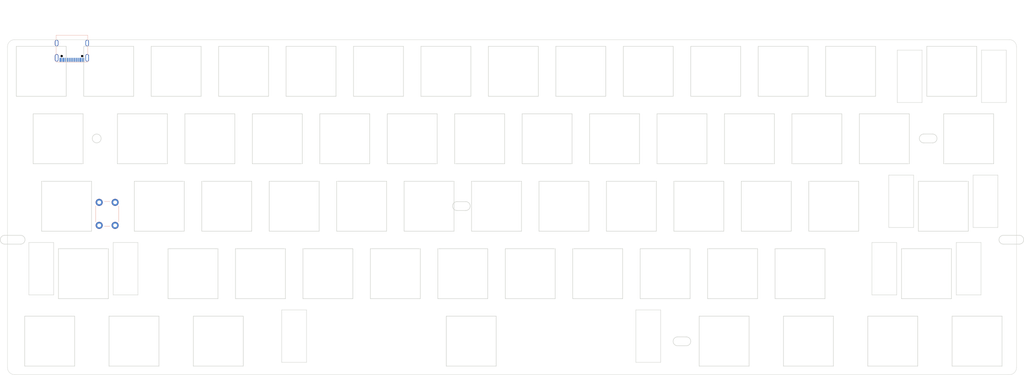
<source format=kicad_pcb>
(kicad_pcb (version 20211014) (generator pcbnew)
  (layers (0 "F.Cu" signal) (31 "B.Cu" signal) (34 "B.Paste" user) (35 "F.Paste" user) (36 "B.SilkS" user "B.Silkscreen") (37 "F.SilkS" user "F.Silkscreen") (38 "B.Mask" user) (39 "F.Mask" user) (44 "Edge.Cuts" user))
  (net 0 "")
  (footprint "kbd_SW_Hole:SW_Hole_1u" (layer "F.Cu") (at 61.9125 52.3875)
    (fp_text reference "SW7" hide)
    (fp_text value "SW_PUSH" hide)
    (fp_line (start -7.05 7.05) (end -7.05 -7.05) (layer "Edge.Cuts") (width 0.15))
    (fp_line (start 7.05 7.05) (end -7.05 7.05) (layer "Edge.Cuts") (width 0.15))
    (fp_line (start 7.05 -7.05) (end 7.05 7.05) (layer "Edge.Cuts") (width 0.15))
    (fp_line (start -7.05 -7.05) (end 7.05 -7.05) (layer "Edge.Cuts") (width 0.15))
  )
  (footprint "kbd_SW_Hole:SW_Hole_1.25u" (layer "F.Cu") (at 59.53125 109.5375)
    (fp_text reference "SW10" hide)
    (fp_text value "SW_PUSH" hide)
    (fp_line (start -7.05 -7.05) (end 7.05 -7.05) (layer "Edge.Cuts") (width 0.15))
    (fp_line (start 7.05 -7.05) (end 7.05 7.05) (layer "Edge.Cuts") (width 0.15))
    (fp_line (start -7.05 7.05) (end -7.05 -7.05) (layer "Edge.Cuts") (width 0.15))
    (fp_line (start 7.05 7.05) (end -7.05 7.05) (layer "Edge.Cuts") (width 0.15))
  )
  (footprint "kbd_SW_Hole:SW_Hole_1.25u" (layer "F.Cu") (at 83.34375 109.5375)
    (fp_text reference "SW15" hide)
    (fp_text value "SW_PUSH" hide)
    (fp_line (start -7.05 -7.05) (end 7.05 -7.05) (layer "Edge.Cuts") (width 0.15))
    (fp_line (start -7.05 7.05) (end -7.05 -7.05) (layer "Edge.Cuts") (width 0.15))
    (fp_line (start 7.05 7.05) (end -7.05 7.05) (layer "Edge.Cuts") (width 0.15))
    (fp_line (start 7.05 -7.05) (end 7.05 7.05) (layer "Edge.Cuts") (width 0.15))
  )
  (footprint "kbd_SW_Hole:SW_Hole_1u" (layer "F.Cu") (at 52.3875 33.3375)
    (fp_text reference "SW6" hide)
    (fp_text value "SW_PUSH" hide)
    (fp_line (start 7.05 7.05) (end -7.05 7.05) (layer "Edge.Cuts") (width 0.15))
    (fp_line (start 7.05 -7.05) (end 7.05 7.05) (layer "Edge.Cuts") (width 0.15))
    (fp_line (start -7.05 7.05) (end -7.05 -7.05) (layer "Edge.Cuts") (width 0.15))
    (fp_line (start -7.05 -7.05) (end 7.05 -7.05) (layer "Edge.Cuts") (width 0.15))
  )
  (footprint "kbd_SW_Hole:SW_Hole_1.75u" (layer "F.Cu") (at 40.48125 71.4375)
    (fp_text reference "SW3" hide)
    (fp_text value "SW_PUSH" hide)
    (fp_line (start 7.05 7.05) (end -7.05 7.05) (layer "Edge.Cuts") (width 0.15))
    (fp_line (start -7.05 -7.05) (end 7.05 -7.05) (layer "Edge.Cuts") (width 0.15))
    (fp_line (start -7.05 7.05) (end -7.05 -7.05) (layer "Edge.Cuts") (width 0.15))
    (fp_line (start 7.05 -7.05) (end 7.05 7.05) (layer "Edge.Cuts") (width 0.15))
  )
  (footprint "kbd_SW_Hole:SW_Hole_1.25u" (layer "F.Cu") (at 35.71875 109.5375)
    (fp_text reference "SW5" hide)
    (fp_text value "SW_PUSH" hide)
    (fp_line (start 7.05 -7.05) (end 7.05 7.05) (layer "Edge.Cuts") (width 0.15))
    (fp_line (start -7.05 7.05) (end -7.05 -7.05) (layer "Edge.Cuts") (width 0.15))
    (fp_line (start 7.05 7.05) (end -7.05 7.05) (layer "Edge.Cuts") (width 0.15))
    (fp_line (start -7.05 -7.05) (end 7.05 -7.05) (layer "Edge.Cuts") (width 0.15))
  )
  (footprint "kbd_SW_Hole:SW_Hole_1u" (layer "F.Cu") (at 33.3375 33.3375)
    (fp_text reference "SW1" hide)
    (fp_text value "SW_PUSH" hide)
    (fp_line (start -7.05 7.05) (end -7.05 -7.05) (layer "Edge.Cuts") (width 0.15))
    (fp_line (start -7.05 -7.05) (end 7.05 -7.05) (layer "Edge.Cuts") (width 0.15))
    (fp_line (start 7.05 -7.05) (end 7.05 7.05) (layer "Edge.Cuts") (width 0.15))
    (fp_line (start 7.05 7.05) (end -7.05 7.05) (layer "Edge.Cuts") (width 0.15))
  )
  (footprint "kbd_SW_Hole:SW_Hole_1.5u" (layer "F.Cu") (at 38.1 52.3875)
    (fp_text reference "SW2" hide)
    (fp_text value "KEY_SWITCH" hide)
    (fp_line (start 7.05 -7.05) (end 7.05 7.05) (layer "Edge.Cuts") (width 0.15))
    (fp_line (start -7.05 -7.05) (end 7.05 -7.05) (layer "Edge.Cuts") (width 0.15))
    (fp_line (start 7.05 7.05) (end -7.05 7.05) (layer "Edge.Cuts") (width 0.15))
    (fp_line (start -7.05 7.05) (end -7.05 -7.05) (layer "Edge.Cuts") (width 0.15))
  )
  (footprint "kbd_SW_Hole:SW_Hole_2.25u" (layer "F.Cu") (at 45.24375 90.4875 180)
    (fp_text reference "SW4" hide)
    (fp_text value "KEY_SWITCH" hide)
    (fp_line (start -15.4 8.8) (end -15.4 -6) (layer "Edge.Cuts") (width 0.12))
    (fp_line (start -8.4 -6) (end -8.4 8.8) (layer "Edge.Cuts") (width 0.12))
    (fp_line (start 7.05 -7.05) (end 7.05 7.05) (layer "Edge.Cuts") (width 0.15))
    (fp_line (start 15.4 8.8) (end 15.4 -6) (layer "Edge.Cuts") (width 0.12))
    (fp_line (start 7.05 7.05) (end -7.05 7.05) (layer "Edge.Cuts") (width 0.15))
    (fp_line (start 8.4 -6) (end 8.4 8.8) (layer "Edge.Cuts") (width 0.12))
    (fp_line (start -15.4 -6) (end -8.4 -6) (layer "Edge.Cuts") (width 0.12))
    (fp_line (start 8.4 8.8) (end 15.4 8.8) (layer "Edge.Cuts") (width 0.12))
    (fp_line (start 15.4 -6) (end 8.4 -6) (layer "Edge.Cuts") (width 0.12))
    (fp_line (start -7.05 -7.05) (end 7.05 -7.05) (layer "Edge.Cuts") (width 0.15))
    (fp_line (start -8.4 8.8) (end -15.4 8.8) (layer "Edge.Cuts") (width 0.12))
    (fp_line (start -7.05 7.05) (end -7.05 -7.05) (layer "Edge.Cuts") (width 0.15))
  )
  (footprint "kbd_SW_Hole:SW_Hole_1u" (layer "F.Cu") (at 76.2 90.4875)
    (fp_text reference "SW9" hide)
    (fp_text value "SW_PUSH" hide)
    (fp_line (start -7.05 7.05) (end -7.05 -7.05) (layer "Edge.Cuts") (width 0.15))
    (fp_line (start 7.05 7.05) (end -7.05 7.05) (layer "Edge.Cuts") (width 0.15))
    (fp_line (start 7.05 -7.05) (end 7.05 7.05) (layer "Edge.Cuts") (width 0.15))
    (fp_line (start -7.05 -7.05) (end 7.05 -7.05) (layer "Edge.Cuts") (width 0.15))
  )
  (footprint "kbd_SW_Hole:SW_Hole_1u" (layer "F.Cu") (at 66.675 71.4375)
    (fp_text reference "SW8" hide)
    (fp_text value "SW_PUSH" hide)
    (fp_line (start 7.05 7.05) (end -7.05 7.05) (layer "Edge.Cuts") (width 0.15))
    (fp_line (start 7.05 -7.05) (end 7.05 7.05) (layer "Edge.Cuts") (width 0.15))
    (fp_line (start -7.05 -7.05) (end 7.05 -7.05) (layer "Edge.Cuts") (width 0.15))
    (fp_line (start -7.05 7.05) (end -7.05 -7.05) (layer "Edge.Cuts") (width 0.15))
  )
  (footprint "kbd_SW_Hole:SW_Hole_1u" (layer "F.Cu") (at 80.9625 52.3875)
    (fp_text reference "SW12" hide)
    (fp_text value "SW_PUSH" hide)
    (fp_line (start 7.05 7.05) (end -7.05 7.05) (layer "Edge.Cuts") (width 0.15))
    (fp_line (start 7.05 -7.05) (end 7.05 7.05) (layer "Edge.Cuts") (width 0.15))
    (fp_line (start -7.05 -7.05) (end 7.05 -7.05) (layer "Edge.Cuts") (width 0.15))
    (fp_line (start -7.05 7.05) (end -7.05 -7.05) (layer "Edge.Cuts") (width 0.15))
  )
  (footprint "kbd_SW_Hole:SW_Hole_1u" (layer "F.Cu") (at 71.4375 33.3375)
    (fp_text reference "SW11" hide)
    (fp_text value "SW_PUSH" hide)
    (fp_line (start -7.05 -7.05) (end 7.05 -7.05) (layer "Edge.Cuts") (width 0.15))
    (fp_line (start 7.05 7.05) (end -7.05 7.05) (layer "Edge.Cuts") (width 0.15))
    (fp_line (start 7.05 -7.05) (end 7.05 7.05) (layer "Edge.Cuts") (width 0.15))
    (fp_line (start -7.05 7.05) (end -7.05 -7.05) (layer "Edge.Cuts") (width 0.15))
  )
  (footprint "kbd_SW_Hole:SW_Hole_1u" (layer "F.Cu") (at 85.725 71.4375)
    (fp_text reference "SW13" hide)
    (fp_text value "SW_PUSH" hide)
    (fp_line (start 7.05 -7.05) (end 7.05 7.05) (layer "Edge.Cuts") (width 0.15))
    (fp_line (start -7.05 -7.05) (end 7.05 -7.05) (layer "Edge.Cuts") (width 0.15))
    (fp_line (start 7.05 7.05) (end -7.05 7.05) (layer "Edge.Cuts") (width 0.15))
    (fp_line (start -7.05 7.05) (end -7.05 -7.05) (layer "Edge.Cuts") (width 0.15))
  )
  (footprint "kbd_SW_Hole:SW_Hole_1u" (layer "F.Cu") (at 95.25 90.4875)
    (fp_text reference "SW14" hide)
    (fp_text value "SW_PUSH" hide)
    (fp_line (start 7.05 -7.05) (end 7.05 7.05) (layer "Edge.Cuts") (width 0.15))
    (fp_line (start -7.05 -7.05) (end 7.05 -7.05) (layer "Edge.Cuts") (width 0.15))
    (fp_line (start -7.05 7.05) (end -7.05 -7.05) (layer "Edge.Cuts") (width 0.15))
    (fp_line (start 7.05 7.05) (end -7.05 7.05) (layer "Edge.Cuts") (width 0.15))
  )
  (footprint "kbd_SW_Hole:SW_Hole_1u" (layer "F.Cu") (at 100.0125 52.3875)
    (fp_text reference "SW17" hide)
    (fp_text value "SW_PUSH" hide)
    (fp_line (start -7.05 -7.05) (end 7.05 -7.05) (layer "Edge.Cuts") (width 0.15))
    (fp_line (start 7.05 7.05) (end -7.05 7.05) (layer "Edge.Cuts") (width 0.15))
    (fp_line (start 7.05 -7.05) (end 7.05 7.05) (layer "Edge.Cuts") (width 0.15))
    (fp_line (start -7.05 7.05) (end -7.05 -7.05) (layer "Edge.Cuts") (width 0.15))
  )
  (footprint "kbd_SW_Hole:SW_Hole_1u" (layer "F.Cu") (at 114.3 90.4875)
    (fp_text reference "SW19" hide)
    (fp_text value "SW_PUSH" hide)
    (fp_line (start -7.05 7.05) (end -7.05 -7.05) (layer "Edge.Cuts") (width 0.15))
    (fp_line (start -7.05 -7.05) (end 7.05 -7.05) (layer "Edge.Cuts") (width 0.15))
    (fp_line (start 7.05 -7.05) (end 7.05 7.05) (layer "Edge.Cuts") (width 0.15))
    (fp_line (start 7.05 7.05) (end -7.05 7.05) (layer "Edge.Cuts") (width 0.15))
  )
  (footprint "kbd_SW_Hole:SW_Hole_1u" (layer "F.Cu") (at 90.4875 33.3375)
    (fp_text reference "SW16" hide)
    (fp_text value "SW_PUSH" hide)
    (fp_line (start -7.05 -7.05) (end 7.05 -7.05) (layer "Edge.Cuts") (width 0.15))
    (fp_line (start -7.05 7.05) (end -7.05 -7.05) (layer "Edge.Cuts") (width 0.15))
    (fp_line (start 7.05 -7.05) (end 7.05 7.05) (layer "Edge.Cuts") (width 0.15))
    (fp_line (start 7.05 7.05) (end -7.05 7.05) (layer "Edge.Cuts") (width 0.15))
  )
  (footprint "kbd_SW_Hole:SW_Hole_1u" (layer "F.Cu") (at 104.775 71.4375)
    (fp_text reference "SW18" hide)
    (fp_text value "SW_PUSH" hide)
    (fp_line (start 7.05 7.05) (end -7.05 7.05) (layer "Edge.Cuts") (width 0.15))
    (fp_line (start -7.05 7.05) (end -7.05 -7.05) (layer "Edge.Cuts") (width 0.15))
    (fp_line (start -7.05 -7.05) (end 7.05 -7.05) (layer "Edge.Cuts") (width 0.15))
    (fp_line (start 7.05 -7.05) (end 7.05 7.05) (layer "Edge.Cuts") (width 0.15))
  )
  (footprint "kbd_SW_Hole:SW_Hole_6.25u" (layer "F.Cu") (at 154.78125 109.5375 180)
    (fp_text reference "SW20" hide)
    (fp_text value "SW_PUSH" hide)
    (fp_line (start 7.05 -7.05) (end 7.05 7.05) (layer "Edge.Cuts") (width 0.15))
    (fp_line (start -7.05 7.05) (end -7.05 -7.05) (layer "Edge.Cuts") (width 0.15))
    (fp_line (start 53.51 8.8) (end 53.51 -6) (layer "Edge.Cuts") (width 0.12))
    (fp_line (start -46.51 8.8) (end -53.51 8.8) (layer "Edge.Cuts") (width 0.12))
    (fp_line (start 46.51 -6) (end 46.51 8.8) (layer "Edge.Cuts") (width 0.12))
    (fp_line (start -53.51 8.8) (end -53.51 -6) (layer "Edge.Cuts") (width 0.12))
    (fp_line (start -53.51 -6) (end -46.51 -6) (layer "Edge.Cuts") (width 0.12))
    (fp_line (start 46.51 8.8) (end 53.51 8.8) (layer "Edge.Cuts") (width 0.12))
    (fp_line (start 7.05 7.05) (end -7.05 7.05) (layer "Edge.Cuts") (width 0.15))
    (fp_line (start 53.51 -6) (end 46.51 -6) (layer "Edge.Cuts") (width 0.12))
    (fp_line (start -7.05 -7.05) (end 7.05 -7.05) (layer "Edge.Cuts") (width 0.15))
    (fp_line (start -46.51 -6) (end -46.51 8.8) (layer "Edge.Cuts") (width 0.12))
  )
  (footprint "kbd_SW_Hole:SW_Hole_1u" (layer "F.Cu") (at 119.0625 52.3875)
    (fp_text reference "SW22" hide)
    (fp_text value "SW_PUSH" hide)
    (fp_line (start -7.05 -7.05) (end 7.05 -7.05) (layer "Edge.Cuts") (width 0.15))
    (fp_line (start -7.05 7.05) (end -7.05 -7.05) (layer "Edge.Cuts") (width 0.15))
    (fp_line (start 7.05 -7.05) (end 7.05 7.05) (layer "Edge.Cuts") (width 0.15))
    (fp_line (start 7.05 7.05) (end -7.05 7.05) (layer "Edge.Cuts") (width 0.15))
  )
  (footprint "kbd_SW_Hole:SW_Hole_1u" (layer "F.Cu") (at 109.5375 33.3375)
    (fp_text reference "SW21" hide)
    (fp_text value "SW_PUSH" hide)
    (fp_line (start 7.05 -7.05) (end 7.05 7.05) (layer "Edge.Cuts") (width 0.15))
    (fp_line (start -7.05 -7.05) (end 7.05 -7.05) (layer "Edge.Cuts") (width 0.15))
    (fp_line (start -7.05 7.05) (end -7.05 -7.05) (layer "Edge.Cuts") (width 0.15))
    (fp_line (start 7.05 7.05) (end -7.05 7.05) (layer "Edge.Cuts") (width 0.15))
  )
  (footprint "kbd_SW_Hole:SW_Hole_1u" (layer "F.Cu") (at 176.2125 52.3875)
    (fp_text reference "SW34" hide)
    (fp_text value "SW_PUSH" hide)
    (fp_line (start 7.05 7.05) (end -7.05 7.05) (layer "Edge.Cuts") (width 0.15))
    (fp_line (start 7.05 -7.05) (end 7.05 7.05) (layer "Edge.Cuts") (width 0.15))
    (fp_line (start -7.05 -7.05) (end 7.05 -7.05) (layer "Edge.Cuts") (width 0.15))
    (fp_line (start -7.05 7.05) (end -7.05 -7.05) (layer "Edge.Cuts") (width 0.15))
  )
  (footprint "kbd_SW_Hole:SW_Hole_1u" (layer "F.Cu") (at 123.825 71.4375)
    (fp_text reference "SW23" hide)
    (fp_text value "SW_PUSH" hide)
    (fp_line (start -7.05 -7.05) (end 7.05 -7.05) (layer "Edge.Cuts") (width 0.15))
    (fp_line (start -7.05 7.05) (end -7.05 -7.05) (layer "Edge.Cuts") (width 0.15))
    (fp_line (start 7.05 -7.05) (end 7.05 7.05) (layer "Edge.Cuts") (width 0.15))
    (fp_line (start 7.05 7.05) (end -7.05 7.05) (layer "Edge.Cuts") (width 0.15))
  )
  (footprint "kbd_SW_Hole:SW_Hole_1u" (layer "F.Cu") (at 138.1125 52.3875)
    (fp_text reference "SW26" hide)
    (fp_text value "SW_PUSH" hide)
    (fp_line (start -7.05 -7.05) (end 7.05 -7.05) (layer "Edge.Cuts") (width 0.15))
    (fp_line (start 7.05 7.05) (end -7.05 7.05) (layer "Edge.Cuts") (width 0.15))
    (fp_line (start 7.05 -7.05) (end 7.05 7.05) (layer "Edge.Cuts") (width 0.15))
    (fp_line (start -7.05 7.05) (end -7.05 -7.05) (layer "Edge.Cuts") (width 0.15))
  )
  (footprint "kbd_SW_Hole:SW_Hole_1u" (layer "F.Cu") (at 152.4 90.4875)
    (fp_text reference "SW28" hide)
    (fp_text value "SW_PUSH" hide)
    (fp_line (start -7.05 7.05) (end -7.05 -7.05) (layer "Edge.Cuts") (width 0.15))
    (fp_line (start -7.05 -7.05) (end 7.05 -7.05) (layer "Edge.Cuts") (width 0.15))
    (fp_line (start 7.05 -7.05) (end 7.05 7.05) (layer "Edge.Cuts") (width 0.15))
    (fp_line (start 7.05 7.05) (end -7.05 7.05) (layer "Edge.Cuts") (width 0.15))
  )
  (footprint "kbd_SW_Hole:SW_Hole_1u" (layer "F.Cu") (at 171.45 90.4875)
    (fp_text reference "SW32" hide)
    (fp_text value "SW_PUSH" hide)
    (fp_line (start 7.05 -7.05) (end 7.05 7.05) (layer "Edge.Cuts") (width 0.15))
    (fp_line (start 7.05 7.05) (end -7.05 7.05) (layer "Edge.Cuts") (width 0.15))
    (fp_line (start -7.05 7.05) (end -7.05 -7.05) (layer "Edge.Cuts") (width 0.15))
    (fp_line (start -7.05 -7.05) (end 7.05 -7.05) (layer "Edge.Cuts") (width 0.15))
  )
  (footprint "kbd_SW_Hole:SW_Hole_1u" (layer "F.Cu") (at 166.6875 33.3375)
    (fp_text reference "SW33" hide)
    (fp_text value "SW_PUSH" hide)
    (fp_line (start -7.05 -7.05) (end 7.05 -7.05) (layer "Edge.Cuts") (width 0.15))
    (fp_line (start 7.05 7.05) (end -7.05 7.05) (layer "Edge.Cuts") (width 0.15))
    (fp_line (start -7.05 7.05) (end -7.05 -7.05) (layer "Edge.Cuts") (width 0.15))
    (fp_line (start 7.05 -7.05) (end 7.05 7.05) (layer "Edge.Cuts") (width 0.15))
  )
  (footprint "kbd_SW_Hole:SW_Hole_1u" (layer "F.Cu") (at 128.5875 33.3375)
    (fp_text reference "SW25" hide)
    (fp_text value "SW_PUSH" hide)
    (fp_line (start -7.05 -7.05) (end 7.05 -7.05) (layer "Edge.Cuts") (width 0.15))
    (fp_line (start -7.05 7.05) (end -7.05 -7.05) (layer "Edge.Cuts") (width 0.15))
    (fp_line (start 7.05 7.05) (end -7.05 7.05) (layer "Edge.Cuts") (width 0.15))
    (fp_line (start 7.05 -7.05) (end 7.05 7.05) (layer "Edge.Cuts") (width 0.15))
  )
  (footprint "kbd_SW_Hole:SW_Hole_1u" (layer "F.Cu") (at 133.35 90.4875)
    (fp_text reference "SW24" hide)
    (fp_text value "SW_PUSH" hide)
    (fp_line (start 7.05 7.05) (end -7.05 7.05) (layer "Edge.Cuts") (width 0.15))
    (fp_line (start 7.05 -7.05) (end 7.05 7.05) (layer "Edge.Cuts") (width 0.15))
    (fp_line (start -7.05 -7.05) (end 7.05 -7.05) (layer "Edge.Cuts") (width 0.15))
    (fp_line (start -7.05 7.05) (end -7.05 -7.05) (layer "Edge.Cuts") (width 0.15))
  )
  (footprint "kbd_SW_Hole:SW_Hole_1u" (layer "F.Cu") (at 142.875 71.4375)
    (fp_text reference "SW27" hide)
    (fp_text value "SW_PUSH" hide)
    (fp_line (start 7.05 7.05) (end -7.05 7.05) (layer "Edge.Cuts") (width 0.15))
    (fp_line (start 7.05 -7.05) (end 7.05 7.05) (layer "Edge.Cuts") (width 0.15))
    (fp_line (start -7.05 -7.05) (end 7.05 -7.05) (layer "Edge.Cuts") (width 0.15))
    (fp_line (start -7.05 7.05) (end -7.05 -7.05) (layer "Edge.Cuts") (width 0.15))
  )
  (footprint "kbd_SW_Hole:SW_Hole_1u" (layer "F.Cu") (at 147.6375 33.3375)
    (fp_text reference "SW29" hide)
    (fp_text value "SW_PUSH" hide)
    (fp_line (start 7.05 7.05) (end -7.05 7.05) (layer "Edge.Cuts") (width 0.15))
    (fp_line (start -7.05 7.05) (end -7.05 -7.05) (layer "Edge.Cuts") (width 0.15))
    (fp_line (start 7.05 -7.05) (end 7.05 7.05) (layer "Edge.Cuts") (width 0.15))
    (fp_line (start -7.05 -7.05) (end 7.05 -7.05) (layer "Edge.Cuts") (width 0.15))
  )
  (footprint "kbd_SW_Hole:SW_Hole_1u" (layer "F.Cu") (at 180.975 71.4375)
    (fp_text reference "SW35" hide)
    (fp_text value "SW_PUSH" hide)
    (fp_line (start -7.05 -7.05) (end 7.05 -7.05) (layer "Edge.Cuts") (width 0.15))
    (fp_line (start -7.05 7.05) (end -7.05 -7.05) (layer "Edge.Cuts") (width 0.15))
    (fp_line (start 7.05 7.05) (end -7.05 7.05) (layer "Edge.Cuts") (width 0.15))
    (fp_line (start 7.05 -7.05) (end 7.05 7.05) (layer "Edge.Cuts") (width 0.15))
  )
  (footprint "kbd_SW_Hole:SW_Hole_1u" (layer "F.Cu") (at 200.025 71.4375)
    (fp_text reference "SW39" hide)
    (fp_text value "SW_PUSH" hide)
    (fp_line (start -7.05 -7.05) (end 7.05 -7.05) (layer "Edge.Cuts") (width 0.15))
    (fp_line (start -7.05 7.05) (end -7.05 -7.05) (layer "Edge.Cuts") (width 0.15))
    (fp_line (start 7.05 -7.05) (end 7.05 7.05) (layer "Edge.Cuts") (width 0.15))
    (fp_line (start 7.05 7.05) (end -7.05 7.05) (layer "Edge.Cuts") (width 0.15))
  )
  (footprint "kbd_SW_Hole:SW_Hole_1u" (layer "F.Cu") (at 204.7875 33.3375)
    (fp_text reference "SW41" hide)
    (fp_text value "SW_PUSH" hide)
    (fp_line (start 7.05 -7.05) (end 7.05 7.05) (layer "Edge.Cuts") (width 0.15))
    (fp_line (start -7.05 -7.05) (end 7.05 -7.05) (layer "Edge.Cuts") (width 0.15))
    (fp_line (start 7.05 7.05) (end -7.05 7.05) (layer "Edge.Cuts") (width 0.15))
    (fp_line (start -7.05 7.05) (end -7.05 -7.05) (layer "Edge.Cuts") (width 0.15))
  )
  (footprint "kbd_SW_Hole:SW_Hole_1u" (layer "F.Cu") (at 214.3125 52.3875)
    (fp_text reference "SW42" hide)
    (fp_text value "SW_PUSH" hide)
    (fp_line (start 7.05 7.05) (end -7.05 7.05) (layer "Edge.Cuts") (width 0.15))
    (fp_line (start -7.05 7.05) (end -7.05 -7.05) (layer "Edge.Cuts") (width 0.15))
    (fp_line (start 7.05 -7.05) (end 7.05 7.05) (layer "Edge.Cuts") (width 0.15))
    (fp_line (start -7.05 -7.05) (end 7.05 -7.05) (layer "Edge.Cuts") (width 0.15))
  )
  (footprint "kbd_SW_Hole:SW_Hole_1u" (layer "F.Cu") (at 157.1625 52.3875)
    (fp_text reference "SW30" hide)
    (fp_text value "SW_PUSH" hide)
    (fp_line (start -7.05 -7.05) (end 7.05 -7.05) (layer "Edge.Cuts") (width 0.15))
    (fp_line (start 7.05 7.05) (end -7.05 7.05) (layer "Edge.Cuts") (width 0.15))
    (fp_line (start -7.05 7.05) (end -7.05 -7.05) (layer "Edge.Cuts") (width 0.15))
    (fp_line (start 7.05 -7.05) (end 7.05 7.05) (layer "Edge.Cuts") (width 0.15))
  )
  (footprint "kbd_SW_Hole:SW_Hole_1u" (layer "F.Cu") (at 195.2625 52.3875)
    (fp_text reference "SW38" hide)
    (fp_text value "SW_PUSH" hide)
    (fp_line (start 7.05 7.05) (end -7.05 7.05) (layer "Edge.Cuts") (width 0.15))
    (fp_line (start 7.05 -7.05) (end 7.05 7.05) (layer "Edge.Cuts") (width 0.15))
    (fp_line (start -7.05 7.05) (end -7.05 -7.05) (layer "Edge.Cuts") (width 0.15))
    (fp_line (start -7.05 -7.05) (end 7.05 -7.05) (layer "Edge.Cuts") (width 0.15))
  )
  (footprint "kbd_SW_Hole:SW_Hole_1u" (layer "F.Cu") (at 228.6 90.4875)
    (fp_text reference "SW44" hide)
    (fp_text value "SW_PUSH" hide)
    (fp_line (start -7.05 7.05) (end -7.05 -7.05) (layer "Edge.Cuts") (width 0.15))
    (fp_line (start -7.05 -7.05) (end 7.05 -7.05) (layer "Edge.Cuts") (width 0.15))
    (fp_line (start 7.05 7.05) (end -7.05 7.05) (layer "Edge.Cuts") (width 0.15))
    (fp_line (start 7.05 -7.05) (end 7.05 7.05) (layer "Edge.Cuts") (width 0.15))
  )
  (footprint "kbd_SW_Hole:SW_Hole_1u" (layer "F.Cu") (at 190.5 90.4875)
    (fp_text reference "SW36" hide)
    (fp_text value "SW_PUSH" hide)
    (fp_line (start -7.05 -7.05) (end 7.05 -7.05) (layer "Edge.Cuts") (width 0.15))
    (fp_line (start 7.05 7.05) (end -7.05 7.05) (layer "Edge.Cuts") (width 0.15))
    (fp_line (start 7.05 -7.05) (end 7.05 7.05) (layer "Edge.Cuts") (width 0.15))
    (fp_line (start -7.05 7.05) (end -7.05 -7.05) (layer "Edge.Cuts") (width 0.15))
  )
  (footprint "kbd_SW_Hole:SW_Hole_1u" (layer "F.Cu") (at 209.55 90.4875)
    (fp_text reference "SW40" hide)
    (fp_text value "SW_PUSH" hide)
    (fp_line (start 7.05 7.05) (end -7.05 7.05) (layer "Edge.Cuts") (width 0.15))
    (fp_line (start 7.05 -7.05) (end 7.05 7.05) (layer "Edge.Cuts") (width 0.15))
    (fp_line (start -7.05 7.05) (end -7.05 -7.05) (layer "Edge.Cuts") (width 0.15))
    (fp_line (start -7.05 -7.05) (end 7.05 -7.05) (layer "Edge.Cuts") (width 0.15))
  )
  (footprint "kbd_SW_Hole:SW_Hole_1u" (layer "F.Cu") (at 185.7375 33.3375)
    (fp_text reference "SW37" hide)
    (fp_text value "SW_PUSH" hide)
    (fp_line (start 7.05 7.05) (end -7.05 7.05) (layer "Edge.Cuts") (width 0.15))
    (fp_line (start -7.05 7.05) (end -7.05 -7.05) (layer "Edge.Cuts") (width 0.15))
    (fp_line (start 7.05 -7.05) (end 7.05 7.05) (layer "Edge.Cuts") (width 0.15))
    (fp_line (start -7.05 -7.05) (end 7.05 -7.05) (layer "Edge.Cuts") (width 0.15))
  )
  (footprint "kbd_SW_Hole:SW_Hole_1u" (layer "F.Cu") (at 219.075 71.4375)
    (fp_text reference "SW43" hide)
    (fp_text value "SW_PUSH" hide)
    (fp_line (start 7.05 7.05) (end -7.05 7.05) (layer "Edge.Cuts") (width 0.15))
    (fp_line (start -7.05 -7.05) (end 7.05 -7.05) (layer "Edge.Cuts") (width 0.15))
    (fp_line (start 7.05 -7.05) (end 7.05 7.05) (layer "Edge.Cuts") (width 0.15))
    (fp_line (start -7.05 7.05) (end -7.05 -7.05) (layer "Edge.Cuts") (width 0.15))
  )
  (footprint "kbd_SW_Hole:SW_Hole_1u" (layer "F.Cu") (at 161.925 71.4375)
    (fp_text reference "SW31" hide)
    (fp_text value "SW_PUSH" hide)
    (fp_line (start 7.05 -7.05) (end 7.05 7.05) (layer "Edge.Cuts") (width 0.15))
    (fp_line (start -7.05 -7.05) (end 7.05 -7.05) (layer "Edge.Cuts") (width 0.15))
    (fp_line (start 7.05 7.05) (end -7.05 7.05) (layer "Edge.Cuts") (width 0.15))
    (fp_line (start -7.05 7.05) (end -7.05 -7.05) (layer "Edge.Cuts") (width 0.15))
  )
  (footprint "kbd_SW_Hole:SW_Hole_2.75u" (layer "F.Cu") (at 283.36875 90.4875 180)
    (fp_text reference "SW60" hide)
    (fp_text value "SW_PUSH" hide)
    (fp_line (start 7.05 -7.05) (end 7.05 7.05) (layer "Edge.Cuts") (width 0.15))
    (fp_line (start -8.4 8.8) (end -15.4 8.8) (layer "Edge.Cuts") (width 0.12))
    (fp_line (start 8.4 -6) (end 8.4 8.8) (layer "Edge.Cuts") (width 0.12))
    (fp_line (start -8.4 -6) (end -8.4 8.8) (layer "Edge.Cuts") (width 0.12))
    (fp_line (start -15.4 -6) (end -8.4 -6) (layer "Edge.Cuts") (width 0.12))
    (fp_line (start -7.05 7.05) (end -7.05 -7.05) (layer "Edge.Cuts") (width 0.15))
    (fp_line (start -15.4 8.8) (end -15.4 -6) (layer "Edge.Cuts") (width 0.12))
    (fp_line (start 7.05 7.05) (end -7.05 7.05) (layer "Edge.Cuts") (width 0.15))
    (fp_line (start 8.4 8.8) (end 15.4 8.8) (layer "Edge.Cuts") (width 0.12))
    (fp_line (start -7.05 -7.05) (end 7.05 -7.05) (layer "Edge.Cuts") (width 0.15))
    (fp_line (start 15.4 -6) (end 8.4 -6) (layer "Edge.Cuts") (width 0.12))
    (fp_line (start 15.4 8.8) (end 15.4 -6) (layer "Edge.Cuts") (width 0.12))
  )
  (footprint "kbd_SW_Hole:SW_Hole_1u" (layer "F.Cu") (at 242.8875 33.3375)
    (fp_text reference "SW51" hide)
    (fp_text value "SW_PUSH" hide)
    (fp_line (start 7.05 -7.05) (end 7.05 7.05) (layer "Edge.Cuts") (width 0.15))
    (fp_line (start -7.05 7.05) (end -7.05 -7.05) (layer "Edge.Cuts") (width 0.15))
    (fp_line (start -7.05 -7.05) (end 7.05 -7.05) (layer "Edge.Cuts") (width 0.15))
    (fp_line (start 7.05 7.05) (end -7.05 7.05) (layer "Edge.Cuts") (width 0.15))
  )
  (footprint "kbd_SW_Hole:SW_Hole_1u" (layer "F.Cu") (at 247.65 90.4875)
    (fp_text reference "SW49" hide)
    (fp_text value "SW_PUSH" hide)
    (fp_line (start -7.05 7.05) (end -7.05 -7.05) (layer "Edge.Cuts") (width 0.15))
    (fp_line (start 7.05 -7.05) (end 7.05 7.05) (layer "Edge.Cuts") (width 0.15))
    (fp_line (start 7.05 7.05) (end -7.05 7.05) (layer "Edge.Cuts") (width 0.15))
    (fp_line (start -7.05 -7.05) (end 7.05 -7.05) (layer "Edge.Cuts") (width 0.15))
  )
  (footprint "kbd_SW_Hole:SW_Hole_1u" (layer "F.Cu") (at 233.3625 52.3875)
    (fp_text reference "SW47" hide)
    (fp_text value "SW_PUSH" hide)
    (fp_line (start 7.05 -7.05) (end 7.05 7.05) (layer "Edge.Cuts") (width 0.15))
    (fp_line (start -7.05 7.05) (end -7.05 -7.05) (layer "Edge.Cuts") (width 0.15))
    (fp_line (start 7.05 7.05) (end -7.05 7.05) (layer "Edge.Cuts") (width 0.15))
    (fp_line (start -7.05 -7.05) (end 7.05 -7.05) (layer "Edge.Cuts") (width 0.15))
  )
  (footprint "kbd_SW_Hole:SW_Hole_1u" (layer "F.Cu") (at 238.125 71.4375)
    (fp_text reference "SW48" hide)
    (fp_text value "SW_PUSH" hide)
    (fp_line (start 7.05 7.05) (end -7.05 7.05) (layer "Edge.Cuts") (width 0.15))
    (fp_line (start 7.05 -7.05) (end 7.05 7.05) (layer "Edge.Cuts") (width 0.15))
    (fp_line (start -7.05 7.05) (end -7.05 -7.05) (layer "Edge.Cuts") (width 0.15))
    (fp_line (start -7.05 -7.05) (end 7.05 -7.05) (layer "Edge.Cuts") (width 0.15))
  )
  (footprint "kbd_SW_Hole:SW_Hole_2.25u" (layer "F.Cu") (at 288.13125 71.4375 180)
    (fp_text reference "SW59" hide)
    (fp_text value "SW_PUSH" hide)
    (fp_line (start 7.05 7.05) (end -7.05 7.05) (layer "Edge.Cuts") (width 0.15))
    (fp_line (start -8.4 8.8) (end -15.4 8.8) (layer "Edge.Cuts") (width 0.12))
    (fp_line (start -8.4 -6) (end -8.4 8.8) (layer "Edge.Cuts") (width 0.12))
    (fp_line (start -15.4 -6) (end -8.4 -6) (layer "Edge.Cuts") (width 0.12))
    (fp_line (start 7.05 -7.05) (end 7.05 7.05) (layer "Edge.Cuts") (width 0.15))
    (fp_line (start -7.05 7.05) (end -7.05 -7.05) (layer "Edge.Cuts") (width 0.15))
    (fp_line (start 8.4 8.8) (end 15.4 8.8) (layer "Edge.Cuts") (width 0.12))
    (fp_line (start 15.4 -6) (end 8.4 -6) (layer "Edge.Cuts") (width 0.12))
    (fp_line (start -7.05 -7.05) (end 7.05 -7.05) (layer "Edge.Cuts") (width 0.15))
    (fp_line (start 8.4 -6) (end 8.4 8.8) (layer "Edge.Cuts") (width 0.12))
    (fp_line (start -15.4 8.8) (end -15.4 -6) (layer "Edge.Cuts") (width 0.12))
    (fp_line (start 15.4 8.8) (end 15.4 -6) (layer "Edge.Cuts") (width 0.12))
  )
  (footprint "kbd_SW_Hole:SW_Hole_1u" (layer "F.Cu") (at 252.4125 52.3875)
    (fp_text reference "SW52" hide)
    (fp_text value "SW_PUSH" hide)
    (fp_line (start 7.05 -7.05) (end 7.05 7.05) (layer "Edge.Cuts") (width 0.15))
    (fp_line (start -7.05 7.05) (end -7.05 -7.05) (layer "Edge.Cuts") (width 0.15))
    (fp_line (start -7.05 -7.05) (end 7.05 -7.05) (layer "Edge.Cuts") (width 0.15))
    (fp_line (start 7.05 7.05) (end -7.05 7.05) (layer "Edge.Cuts") (width 0.15))
  )
  (footprint "kbd_SW_Hole:SW_Hole_1u" (layer "F.Cu") (at 261.9375 33.3375)
    (fp_text reference "SW54" hide)
    (fp_text value "SW_PUSH" hide)
    (fp_line (start -7.05 -7.05) (end 7.05 -7.05) (layer "Edge.Cuts") (width 0.15))
    (fp_line (start 7.05 -7.05) (end 7.05 7.05) (layer "Edge.Cuts") (width 0.15))
    (fp_line (start 7.05 7.05) (end -7.05 7.05) (layer "Edge.Cuts") (width 0.15))
    (fp_line (start -7.05 7.05) (end -7.05 -7.05) (layer "Edge.Cuts") (width 0.15))
  )
  (footprint "kbd_SW_Hole:SW_Hole_1u" (layer "F.Cu") (at 223.8375 33.3375)
    (fp_text reference "SW46" hide)
    (fp_text value "SW_PUSH" hide)
    (fp_line (start 7.05 -7.05) (end 7.05 7.05) (layer "Edge.Cuts") (width 0.15))
    (fp_line (start -7.05 7.05) (end -7.05 -7.05) (layer "Edge.Cuts") (width 0.15))
    (fp_line (start 7.05 7.05) (end -7.05 7.05) (layer "Edge.Cuts") (width 0.15))
    (fp_line (start -7.05 -7.05) (end 7.05 -7.05) (layer "Edge.Cuts") (width 0.15))
  )
  (footprint "kbd_SW_Hole:SW_Hole_1u" (layer "F.Cu") (at 257.175 71.4375)
    (fp_text reference "SW53" hide)
    (fp_text value "SW_PUSH" hide)
    (fp_line (start 7.05 7.05) (end -7.05 7.05) (layer "Edge.Cuts") (width 0.15))
    (fp_line (start -7.05 7.05) (end -7.05 -7.05) (layer "Edge.Cuts") (width 0.15))
    (fp_line (start -7.05 -7.05) (end 7.05 -7.05) (layer "Edge.Cuts") (width 0.15))
    (fp_line (start 7.05 -7.05) (end 7.05 7.05) (layer "Edge.Cuts") (width 0.15))
  )
  (footprint "kbd_SW_Hole:SW_Hole_1u" (layer "F.Cu") (at 271.4625 52.3875)
    (fp_text reference "SW55" hide)
    (fp_text value "SW_PUSH" hide)
    (fp_line (start -7.05 7.05) (end -7.05 -7.05) (layer "Edge.Cuts") (width 0.15))
    (fp_line (start 7.05 7.05) (end -7.05 7.05) (layer "Edge.Cuts") (width 0.15))
    (fp_line (start -7.05 -7.05) (end 7.05 -7.05) (layer "Edge.Cuts") (width 0.15))
    (fp_line (start 7.05 -7.05) (end 7.05 7.05) (layer "Edge.Cuts") (width 0.15))
  )
  (footprint "kbd_SW_Hole:SW_Hole_1.5u" (layer "F.Cu") (at 295.275 52.3875)
    (fp_text reference "SW58" hide)
    (fp_text value "SW_PUSH" hide)
    (fp_line (start -7.05 -7.05) (end 7.05 -7.05) (layer "Edge.Cuts") (width 0.15))
    (fp_line (start 7.05 -7.05) (end 7.05 7.05) (layer "Edge.Cuts") (width 0.15))
    (fp_line (start -7.05 7.05) (end -7.05 -7.05) (layer "Edge.Cuts") (width 0.15))
    (fp_line (start 7.05 7.05) (end -7.05 7.05) (layer "Edge.Cuts") (width 0.15))
  )
  (footprint "kbd_SW_Hole:SW_Hole_2u" (layer "F.Cu") (at 290.5125 33.3375)
    (fp_text reference "SW57" hide)
    (fp_text value "SW_PUSH" hide)
    (fp_line (start -15.4 -6) (end -8.4 -6) (layer "Edge.Cuts") (width 0.12))
    (fp_line (start 8.4 -6) (end 8.4 8.8) (layer "Edge.Cuts") (width 0.12))
    (fp_line (start -8.4 8.8) (end -15.4 8.8) (layer "Edge.Cuts") (width 0.12))
    (fp_line (start -7.05 -7.05) (end 7.05 -7.05) (layer "Edge.Cuts") (width 0.15))
    (fp_line (start -7.05 7.05) (end -7.05 -7.05) (layer "Edge.Cuts") (width 0.15))
    (fp_line (start 8.4 8.8) (end 15.4 8.8) (layer "Edge.Cuts") (width 0.12))
    (fp_line (start 7.05 -7.05) (end 7.05 7.05) (layer "Edge.Cuts") (width 0.15))
    (fp_line (start 15.4 8.8) (end 15.4 -6) (layer "Edge.Cuts") (width 0.12))
    (fp_line (start 15.4 -6) (end 8.4 -6) (layer "Edge.Cuts") (width 0.12))
    (fp_line (start -15.4 8.8) (end -15.4 -6) (layer "Edge.Cuts") (width 0.12))
    (fp_line (start 7.05 7.05) (end -7.05 7.05) (layer "Edge.Cuts") (width 0.15))
    (fp_line (start -8.4 -6) (end -8.4 8.8) (layer "Edge.Cuts") (width 0.12))
  )
  (footprint "kbd_SW_Hole:SW_Hole_1.25u" (layer "F.Cu") (at 273.84375 109.5375)
    (fp_text reference "SW56" hide)
    (fp_text value "SW_PUSH" hide)
    (fp_line (start 7.05 -7.05) (end 7.05 7.05) (layer "Edge.Cuts") (width 0.15))
    (fp_line (start -7.05 -7.05) (end 7.05 -7.05) (layer "Edge.Cuts") (width 0.15))
    (fp_line (start -7.05 7.05) (end -7.05 -7.05) (layer "Edge.Cuts") (width 0.15))
    (fp_line (start 7.05 7.05) (end -7.05 7.05) (layer "Edge.Cuts") (width 0.15))
  )
  (footprint "kbd_SW_Hole:SW_Hole_1.25u" (layer "F.Cu") (at 297.65625 109.5375)
    (fp_text reference "SW61" hide)
    (fp_text value "SW_PUSH" hide)
    (fp_line (start -7.05 7.05) (end -7.05 -7.05) (layer "Edge.Cuts") (width 0.15))
    (fp_line (start -7.05 -7.05) (end 7.05 -7.05) (layer "Edge.Cuts") (width 0.15))
    (fp_line (start 7.05 7.05) (end -7.05 7.05) (layer "Edge.Cuts") (width 0.15))
    (fp_line (start 7.05 -7.05) (end 7.05 7.05) (layer "Edge.Cuts") (width 0.15))
  )
  (footprint "kbd_SW_Hole:SW_Hole_1.25u" (layer "F.Cu") (at 226.21875 109.5375)
    (fp_text reference "SW45" hide)
    (fp_text value "SW_PUSH" hide)
    (fp_line (start 7.05 -7.05) (end 7.05 7.05) (layer "Edge.Cuts") (width 0.15))
    (fp_line (start -7.05 -7.05) (end 7.05 -7.05) (layer "Edge.Cuts") (width 0.15))
    (fp_line (start 7.05 7.05) (end -7.05 7.05) (layer "Edge.Cuts") (width 0.15))
    (fp_line (start -7.05 7.05) (end -7.05 -7.05) (layer "Edge.Cuts") (width 0.15))
  )
  (footprint "kbd_SW_Hole:SW_Hole_1.25u" (layer "F.Cu") (at 250.03125 109.5375)
    (fp_text reference "SW50" hide)
    (fp_text value "SW_PUSH" hide)
    (fp_line (start 7.05 7.05) (end -7.05 7.05) (layer "Edge.Cuts") (width 0.15))
    (fp_line (start -7.05 -7.05) (end 7.05 -7.05) (layer "Edge.Cuts") (width 0.15))
    (fp_line (start -7.05 7.05) (end -7.05 -7.05) (layer "Edge.Cuts") (width 0.15))
    (fp_line (start 7.05 -7.05) (end 7.05 7.05) (layer "Edge.Cuts") (width 0.15))
  )
  (footprint "footprints:hole2plate" (layer "F.Cu") (at 214.2994 109.59445)
    (fp_text reference "J6" hide)
    (fp_text value "hole2plate" hide)
    (fp_line (start -1.25095 -1.24968) (end 1.25095 -1.24968) (layer "Edge.Cuts") (width 0.15))
    (fp_line (start -1.25095 1.24968) (end 1.25095 1.24968) (layer "Edge.Cuts") (width 0.15))
    (fp_arc (start 1.25095 -1.24968) (mid 2.50063 0) (end 1.25095 1.24968) (layer "Edge.Cuts") (width 0.15))
    (fp_arc (start -1.25095 1.24968) (mid -2.50063 0) (end -1.25095 -1.24968) (layer "Edge.Cuts") (width 0.15))
  )
  (footprint "footprints:hole2plate" (layer "F.Cu") (at 152 71.39375)
    (fp_text reference "J5" hide)
    (fp_text value "hole2plate" hide)
    (fp_line (start -1.25095 1.24968) (end 1.25095 1.24968) (layer "Edge.Cuts") (width 0.15))
    (fp_line (start -1.25095 -1.24968) (end 1.25095 -1.24968) (layer "Edge.Cuts") (width 0.15))
    (fp_arc (start -1.25095 1.24968) (mid -2.50063 0) (end -1.25095 -1.24968) (layer "Edge.Cuts") (width 0.15))
    (fp_arc (start 1.25095 -1.24968) (mid 2.50063 0) (end 1.25095 1.24968) (layer "Edge.Cuts") (width 0.15))
  )
  (footprint "footprints:hole2plate" (layer "F.Cu") (at 283.8499 52.29455)
    (fp_text reference "J4" hide)
    (fp_text value "hole2plate" hide)
    (fp_line (start -1.25095 -1.24968) (end 1.25095 -1.24968) (layer "Edge.Cuts") (width 0.15))
    (fp_line (start -1.25095 1.24968) (end 1.25095 1.24968) (layer "Edge.Cuts") (width 0.15))
    (fp_arc (start -1.25095 1.24968) (mid -2.50063 0) (end -1.25095 -1.24968) (layer "Edge.Cuts") (width 0.15))
    (fp_arc (start 1.25095 -1.24968) (mid 2.50063 0) (end 1.25095 1.24968) (layer "Edge.Cuts") (width 0.15))
  )
  (footprint "footprints:hole1plate" (layer "F.Cu") (at 48.9993 52.29455)
    (fp_text reference "J3" hide)
    (fp_text value "hole1plate" hide)
    (fp_circle (center 0 0) (end 1.2497 0) (layer "Edge.Cuts") (width 0.15) (fill none))
  )
  (footprint "footprints:hole3plate" (layer "F.Cu") (at 307.3412 80.89495)
    (fp_text reference "J8" hide)
    (fp_text value "hole3plate" hide)
    (fp_line (start -2.25044 -1.24968) (end 2.25044 -1.24968) (layer "Edge.Cuts") (width 0.15))
    (fp_line (start -2.25044 1.24968) (end 2.25044 1.24968) (layer "Edge.Cuts") (width 0.15))
    (fp_arc (start -2.25044 1.24968) (mid -3.50012 0) (end -2.25044 -1.24968) (layer "Edge.Cuts") (width 0.15))
    (fp_arc (start 2.25044 -1.24968) (mid 3.50012 0) (end 2.25044 1.24968) (layer "Edge.Cuts") (width 0.15))
  )
  (footprint "footprints:hole3plate" (layer "F.Cu") (at 25.2589 80.89495)
    (fp_text reference "J7" hide)
    (fp_text value "hole3plate" hide)
    (fp_line (start -2.25044 1.24968) (end 2.25044 1.24968) (layer "Edge.Cuts") (width 0.15))
    (fp_line (start -2.25044 -1.24968) (end 2.25044 -1.24968) (layer "Edge.Cuts") (width 0.15))
    (fp_arc (start -2.25044 1.24968) (mid -3.50012 0) (end -2.25044 -1.24968) (layer "Edge.Cuts") (width 0.15))
    (fp_arc (start 2.25044 -1.24968) (mid 3.50012 0) (end 2.25044 1.24968) (layer "Edge.Cuts") (width 0.15))
  )
  (footprint "footprints:connector_usb2c_5077CR-16-SMC2-BK-TR" (layer "B.Cu") (at 42 29.5238)
    (fp_text reference "U2" hide)
    (fp_text value "5077CR-16-SMC2-BK-TR" hide)
    (fp_rect (start -4.47 1.2) (end 4.47 -6.4) (layer "B.SilkS") (width 0.1) (fill none))
    (pad "" np_thru_hole circle (at 2.89 -0.5) (size 0.65 0.65) (drill 0.65) (layers *.Mask))
    (pad "" np_thru_hole circle (at -2.89 -0.5) (size 0.65 0.65) (drill 0.65) (layers *.Mask))
    (pad "A1" smd rect (at -3.35 0.57) (size 0.3 1.14) (layers "B.Cu" "B.Paste" "B.Mask"))
    (pad "A4" smd rect (at -2.55 0.57) (size 0.3 1.14) (layers "B.Cu" "B.Paste" "B.Mask"))
    (pad "A5" smd rect (at -1.25 0.57) (size 0.3 1.14) (layers "B.Cu" "B.Paste" "B.Mask"))
    (pad "A6" smd rect (at -0.25 0.57) (size 0.3 1.14) (layers "B.Cu" "B.Paste" "B.Mask"))
    (pad "A7" smd rect (at 0.25 0.57) (size 0.3 1.14) (layers "B.Cu" "B.Paste" "B.Mask"))
    (pad "A8" smd rect (at 1.25 0.57) (size 0.3 1.14) (layers "B.Cu" "B.Paste" "B.Mask"))
    (pad "A9" smd rect (at 2.55 0.57) (size 0.3 1.14) (layers "B.Cu" "B.Paste" "B.Mask"))
    (pad "A12" smd rect (at 3.35 0.57) (size 0.3 1.14) (layers "B.Cu" "B.Paste" "B.Mask"))
    (pad "B1" smd rect (at 3.05 0.57) (size 0.3 1.14) (layers "B.Cu" "B.Paste" "B.Mask"))
    (pad "B4" smd rect (at 2.25 0.57) (size 0.3 1.14) (layers "B.Cu" "B.Paste" "B.Mask"))
    (pad "B5" smd rect (at 1.75 0.57) (size 0.3 1.14) (layers "B.Cu" "B.Paste" "B.Mask"))
    (pad "B6" smd rect (at 0.75 0.57) (size 0.3 1.14) (layers "B.Cu" "B.Paste" "B.Mask"))
    (pad "B7" smd rect (at -0.75 0.57) (size 0.3 1.14) (layers "B.Cu" "B.Paste" "B.Mask"))
    (pad "B8" smd rect (at -1.75 0.57) (size 0.3 1.14) (layers "B.Cu" "B.Paste" "B.Mask"))
    (pad "B9" smd rect (at -2.25 0.57) (size 0.3 1.14) (layers "B.Cu" "B.Paste" "B.Mask"))
    (pad "B12" smd rect (at -3.05 0.57) (size 0.3 1.14) (layers "B.Cu" "B.Paste" "B.Mask"))
    (pad "S1" thru_hole oval (at 4.32 -4.18) (size 1 1.8) (drill oval 0.6 1.4) (layers *.Cu *.Mask))
    (pad "S1" thru_hole oval (at -4.32 -4.18) (size 1 1.8) (drill oval 0.6 1.4) (layers *.Cu *.Mask))
    (pad "S1" thru_hole oval (at -4.32 0) (size 1 2.1) (drill oval 0.6 1.7) (layers *.Cu *.Mask))
    (pad "S1" thru_hole oval (at 4.32 0) (size 1 2.1) (drill oval 0.6 1.7) (layers *.Cu *.Mask))
  )
  (footprint "Button_Switch_THT:SW_PUSH_6mm" (layer "B.Cu") (at 49.701 70.34175 -90)
    (fp_text reference "SWR1" hide)
    (fp_text value "SW_PUSH_6mm")
    (fp_line (start 1 -5.5) (end 5.5 -5.5) (layer "B.SilkS") (width 0.12))
    (fp_line (start 5.5 1) (end 1 1) (layer "B.SilkS") (width 0.12))
    (fp_line (start -0.25 -1.5) (end -0.25 -3) (layer "B.SilkS") (width 0.12))
    (fp_line (start 6.75 -3) (end 6.75 -1.5) (layer "B.SilkS") (width 0.12))
    (pad "1" thru_hole circle (at 0 0 180) (size 2 2) (drill 1.1) (layers *.Cu *.Mask))
    (pad "1" thru_hole circle (at 6.5 0 180) (size 2 2) (drill 1.1) (layers *.Cu *.Mask))
    (pad "2" thru_hole circle (at 0 -4.5 180) (size 2 2) (drill 1.1) (layers *.Cu *.Mask))
    (pad "2" thru_hole circle (at 6.5 -4.5 180) (size 2 2) (drill 1.1) (layers *.Cu *.Mask))
  )
  (gr_arc (start 306.8 24.39375) (mid 308.214246 24.979519) (end 308.8 26.39375) (layer "Edge.Cuts") (width 0.1))
  (gr_arc (start 23.8 26.39375) (mid 24.385789 24.979554) (end 25.8 24.39375) (layer "Edge.Cuts") (width 0.1))
  (gr_arc (start 25.8 118.99615) (mid 24.385754 118.410381) (end 23.8 116.99615) (layer "Edge.Cuts") (width 0.1))
  (gr_line (start 25.8 118.99615) (end 306.8 118.99615) (layer "Edge.Cuts") (width 0.1))
  (gr_line (start 306.8 24.39375) (end 25.8 24.39375) (layer "Edge.Cuts") (width 0.1))
  (gr_arc (start 308.8 116.99615) (mid 308.214211 118.410346) (end 306.8 118.99615) (layer "Edge.Cuts") (width 0.1))
  (gr_line (start 308.8 116.99615) (end 308.8 26.39375) (layer "Edge.Cuts") (width 0.1))
  (gr_line (start 23.8 26.39375) (end 23.8 116.99615) (layer "Edge.Cuts") (width 0.1))
)
</source>
